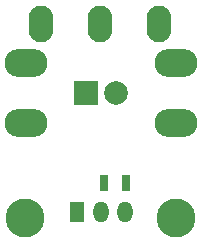
<source format=gts>
%TF.GenerationSoftware,KiCad,Pcbnew,4.0.7-e2-6376~58~ubuntu16.04.1*%
%TF.CreationDate,2018-01-20T15:33:45+01:00*%
%TF.ProjectId,BasicModule-II,42617369634D6F64756C652D49492E6B,rev?*%
%TF.FileFunction,Soldermask,Top*%
%FSLAX46Y46*%
G04 Gerber Fmt 4.6, Leading zero omitted, Abs format (unit mm)*
G04 Created by KiCad (PCBNEW 4.0.7-e2-6376~58~ubuntu16.04.1) date Sat Jan 20 15:33:45 2018*
%MOMM*%
%LPD*%
G01*
G04 APERTURE LIST*
%ADD10C,0.100000*%
%ADD11O,2.100000X3.100000*%
%ADD12R,2.000000X2.100000*%
%ADD13C,2.000000*%
%ADD14O,3.648000X2.372000*%
%ADD15C,3.300000*%
%ADD16R,1.300000X1.800000*%
%ADD17O,1.300000X1.800000*%
%ADD18R,0.800000X1.400000*%
G04 APERTURE END LIST*
D10*
D11*
X8890000Y-5588000D03*
X13890000Y-5588000D03*
X3890000Y-5588000D03*
D12*
X7747000Y-11430000D03*
D13*
X10287000Y-11430000D03*
D14*
X15367000Y-8890000D03*
X15367000Y-13970000D03*
X2667000Y-8890000D03*
X2667000Y-13970000D03*
D15*
X15367000Y-21971000D03*
D16*
X6985000Y-21463000D03*
D17*
X8985000Y-21463000D03*
X10985000Y-21463000D03*
D18*
X9210000Y-19050000D03*
X11110000Y-19050000D03*
D15*
X2540000Y-21971000D03*
M02*

</source>
